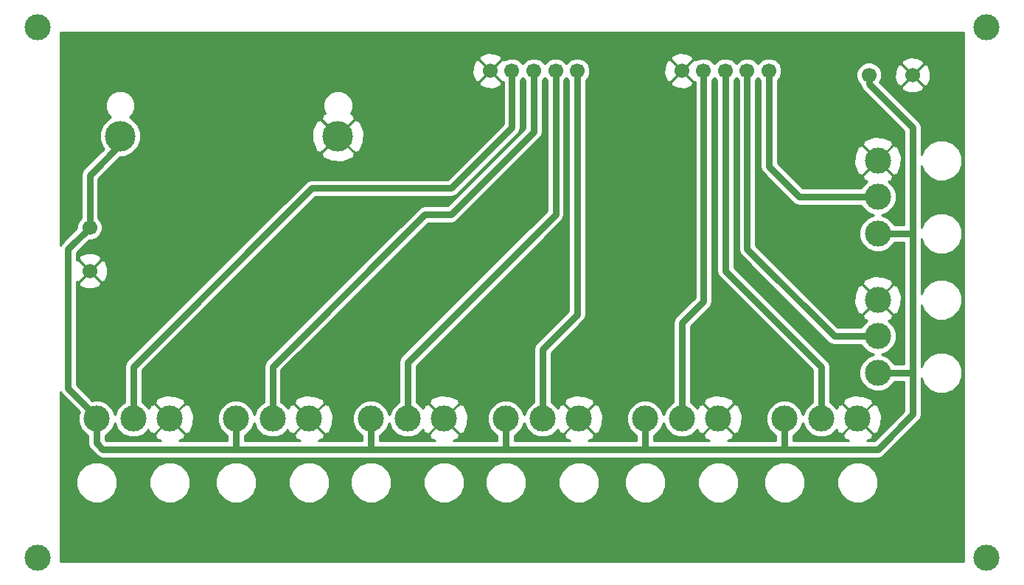
<source format=gbl>
G04 #@! TF.FileFunction,Copper,L2,Bot,Signal*
%FSLAX46Y46*%
G04 Gerber Fmt 4.6, Leading zero omitted, Abs format (unit mm)*
G04 Created by KiCad (PCBNEW 4.0.7-e2-6376~58~ubuntu16.04.1) date Mon Apr  9 08:03:59 2018*
%MOMM*%
%LPD*%
G01*
G04 APERTURE LIST*
%ADD10C,0.100000*%
%ADD11C,3.000000*%
%ADD12C,1.700000*%
%ADD13C,3.500000*%
%ADD14C,0.750000*%
%ADD15C,0.250000*%
%ADD16C,0.230000*%
G04 APERTURE END LIST*
D10*
D11*
X110500000Y-112500000D03*
X106300000Y-112500000D03*
X114700000Y-112500000D03*
D12*
X114500000Y-72500000D03*
X112000000Y-72500000D03*
X109500000Y-72500000D03*
X107000000Y-72500000D03*
X104500000Y-72500000D03*
D11*
X63500000Y-112500000D03*
X59300000Y-112500000D03*
X67700000Y-112500000D03*
X79500000Y-112500000D03*
X75300000Y-112500000D03*
X83700000Y-112500000D03*
X95000000Y-112500000D03*
X90800000Y-112500000D03*
X99200000Y-112500000D03*
X126500000Y-112500000D03*
X122300000Y-112500000D03*
X130700000Y-112500000D03*
X142500000Y-112500000D03*
X138300000Y-112500000D03*
X146700000Y-112500000D03*
X149000000Y-103000000D03*
X149000000Y-107200000D03*
X149000000Y-98800000D03*
X149000000Y-87000000D03*
X149000000Y-91200000D03*
X149000000Y-82800000D03*
D12*
X136500000Y-72500000D03*
X134000000Y-72500000D03*
X131500000Y-72500000D03*
X129000000Y-72500000D03*
X126500000Y-72500000D03*
X58500000Y-95500000D03*
X58500000Y-90500000D03*
D13*
X62000000Y-80000000D03*
X87000000Y-80000000D03*
D11*
X52500000Y-67500000D03*
X52500000Y-128500000D03*
X161500000Y-128500000D03*
X161500000Y-67500000D03*
D12*
X148000000Y-73000000D03*
X153000000Y-73000000D03*
D14*
X63500000Y-112500000D02*
X63500000Y-106500000D01*
X107000000Y-79000000D02*
X107000000Y-72500000D01*
X100000000Y-86000000D02*
X107000000Y-79000000D01*
X84000000Y-86000000D02*
X100000000Y-86000000D01*
X63500000Y-106500000D02*
X84000000Y-86000000D01*
X153000000Y-91000000D02*
X153000000Y-79000000D01*
X148000000Y-74000000D02*
X148000000Y-73000000D01*
X153000000Y-79000000D02*
X148000000Y-74000000D01*
X153000000Y-108000000D02*
X153000000Y-91000000D01*
X152800000Y-91200000D02*
X149000000Y-91200000D01*
X153000000Y-91000000D02*
X152800000Y-91200000D01*
X138000000Y-116000000D02*
X149000000Y-116000000D01*
X152800000Y-107200000D02*
X149000000Y-107200000D01*
X153000000Y-107000000D02*
X152800000Y-107200000D01*
X153000000Y-112000000D02*
X153000000Y-108000000D01*
X153000000Y-108000000D02*
X153000000Y-107000000D01*
X149000000Y-116000000D02*
X153000000Y-112000000D01*
X122000000Y-116000000D02*
X138000000Y-116000000D01*
X138300000Y-115700000D02*
X138300000Y-112500000D01*
X138000000Y-116000000D02*
X138300000Y-115700000D01*
X106000000Y-116000000D02*
X122000000Y-116000000D01*
X122300000Y-115700000D02*
X122300000Y-112500000D01*
X122000000Y-116000000D02*
X122300000Y-115700000D01*
X91000000Y-116000000D02*
X106000000Y-116000000D01*
X106300000Y-115700000D02*
X106300000Y-112500000D01*
X106000000Y-116000000D02*
X106300000Y-115700000D01*
X75000000Y-116000000D02*
X91000000Y-116000000D01*
X90800000Y-115800000D02*
X90800000Y-112500000D01*
X91000000Y-116000000D02*
X90800000Y-115800000D01*
X59300000Y-112500000D02*
X59300000Y-115300000D01*
X75300000Y-115700000D02*
X75300000Y-112500000D01*
X75000000Y-116000000D02*
X75300000Y-115700000D01*
X60000000Y-116000000D02*
X75000000Y-116000000D01*
X59300000Y-115300000D02*
X60000000Y-116000000D01*
X58500000Y-90500000D02*
X56000000Y-93000000D01*
X56000000Y-109000000D02*
X59300000Y-112300000D01*
X56000000Y-93000000D02*
X56000000Y-109000000D01*
X59300000Y-112300000D02*
X59300000Y-112500000D01*
X58500000Y-90500000D02*
X58500000Y-84500000D01*
X58500000Y-84500000D02*
X62000000Y-81000000D01*
X62000000Y-81000000D02*
X62000000Y-80000000D01*
X138300000Y-112700000D02*
X138300000Y-112500000D01*
X122300000Y-112700000D02*
X122300000Y-112500000D01*
X106300000Y-112700000D02*
X106300000Y-112500000D01*
X90800000Y-113200000D02*
X90800000Y-112500000D01*
D15*
X106300000Y-113500000D02*
X106300000Y-112500000D01*
X137500000Y-112500000D02*
X138300000Y-112500000D01*
X122300000Y-112700000D02*
X122300000Y-112500000D01*
X90800000Y-114000000D02*
X90800000Y-112500000D01*
X138300000Y-112300000D02*
X138300000Y-112500000D01*
X122300000Y-112300000D02*
X122300000Y-112500000D01*
X90800000Y-111800000D02*
X90800000Y-112500000D01*
D14*
X149000000Y-83000000D02*
X149000000Y-82800000D01*
X114700000Y-111700000D02*
X114700000Y-112500000D01*
X99200000Y-112200000D02*
X99200000Y-112500000D01*
X83500000Y-112500000D02*
X83700000Y-112500000D01*
X79500000Y-112500000D02*
X79500000Y-106500000D01*
X109500000Y-79500000D02*
X109500000Y-72500000D01*
X100000000Y-89000000D02*
X109500000Y-79500000D01*
X97000000Y-89000000D02*
X100000000Y-89000000D01*
X79500000Y-106500000D02*
X97000000Y-89000000D01*
X79500000Y-112500000D02*
X80500000Y-112500000D01*
X95000000Y-112500000D02*
X95000000Y-106000000D01*
X112000000Y-89000000D02*
X112000000Y-72500000D01*
X95000000Y-106000000D02*
X112000000Y-89000000D01*
D15*
X112500000Y-73000000D02*
X112000000Y-72500000D01*
D14*
X110500000Y-112500000D02*
X110500000Y-104500000D01*
X114500000Y-100500000D02*
X114500000Y-72500000D01*
X110500000Y-104500000D02*
X114500000Y-100500000D01*
X126500000Y-112500000D02*
X126500000Y-101500000D01*
X129000000Y-99000000D02*
X129000000Y-72500000D01*
X126500000Y-101500000D02*
X129000000Y-99000000D01*
D15*
X129500000Y-73000000D02*
X129000000Y-72500000D01*
D14*
X142500000Y-112500000D02*
X142500000Y-106500000D01*
X131500000Y-95500000D02*
X131500000Y-72500000D01*
X142500000Y-106500000D02*
X131500000Y-95500000D01*
X142500000Y-112500000D02*
X142500000Y-111500000D01*
X142500000Y-112500000D02*
X141500000Y-112500000D01*
X149000000Y-103000000D02*
X144000000Y-103000000D01*
X134000000Y-93000000D02*
X134000000Y-72500000D01*
X144000000Y-103000000D02*
X134000000Y-93000000D01*
X149700000Y-103700000D02*
X148500000Y-103700000D01*
D15*
X148500000Y-103700000D02*
X148500000Y-103500000D01*
D14*
X149000000Y-87000000D02*
X140000000Y-87000000D01*
X136500000Y-83500000D02*
X136500000Y-72500000D01*
X140000000Y-87000000D02*
X136500000Y-83500000D01*
X148500000Y-87500000D02*
X148500000Y-86700000D01*
D15*
X148700000Y-86700000D02*
X148500000Y-86700000D01*
X149700000Y-86700000D02*
X148500000Y-86700000D01*
D16*
G36*
X158885000Y-128885000D02*
X55115000Y-128885000D01*
X55115000Y-120269948D01*
X56926589Y-120269948D01*
X57287095Y-121142441D01*
X57954048Y-121810559D01*
X58825910Y-122172587D01*
X59769948Y-122173411D01*
X60642441Y-121812905D01*
X61310559Y-121145952D01*
X61672587Y-120274090D01*
X61672590Y-120269948D01*
X65326589Y-120269948D01*
X65687095Y-121142441D01*
X66354048Y-121810559D01*
X67225910Y-122172587D01*
X68169948Y-122173411D01*
X69042441Y-121812905D01*
X69710559Y-121145952D01*
X70072587Y-120274090D01*
X70072590Y-120269948D01*
X72926589Y-120269948D01*
X73287095Y-121142441D01*
X73954048Y-121810559D01*
X74825910Y-122172587D01*
X75769948Y-122173411D01*
X76642441Y-121812905D01*
X77310559Y-121145952D01*
X77672587Y-120274090D01*
X77672590Y-120269948D01*
X81326589Y-120269948D01*
X81687095Y-121142441D01*
X82354048Y-121810559D01*
X83225910Y-122172587D01*
X84169948Y-122173411D01*
X85042441Y-121812905D01*
X85710559Y-121145952D01*
X86072587Y-120274090D01*
X86072590Y-120269948D01*
X88426589Y-120269948D01*
X88787095Y-121142441D01*
X89454048Y-121810559D01*
X90325910Y-122172587D01*
X91269948Y-122173411D01*
X92142441Y-121812905D01*
X92810559Y-121145952D01*
X93172587Y-120274090D01*
X93172590Y-120269948D01*
X96826589Y-120269948D01*
X97187095Y-121142441D01*
X97854048Y-121810559D01*
X98725910Y-122172587D01*
X99669948Y-122173411D01*
X100542441Y-121812905D01*
X101210559Y-121145952D01*
X101572587Y-120274090D01*
X101572590Y-120269948D01*
X103926589Y-120269948D01*
X104287095Y-121142441D01*
X104954048Y-121810559D01*
X105825910Y-122172587D01*
X106769948Y-122173411D01*
X107642441Y-121812905D01*
X108310559Y-121145952D01*
X108672587Y-120274090D01*
X108672590Y-120269948D01*
X112326589Y-120269948D01*
X112687095Y-121142441D01*
X113354048Y-121810559D01*
X114225910Y-122172587D01*
X115169948Y-122173411D01*
X116042441Y-121812905D01*
X116710559Y-121145952D01*
X117072587Y-120274090D01*
X117072590Y-120269948D01*
X119926589Y-120269948D01*
X120287095Y-121142441D01*
X120954048Y-121810559D01*
X121825910Y-122172587D01*
X122769948Y-122173411D01*
X123642441Y-121812905D01*
X124310559Y-121145952D01*
X124672587Y-120274090D01*
X124672590Y-120269948D01*
X128326589Y-120269948D01*
X128687095Y-121142441D01*
X129354048Y-121810559D01*
X130225910Y-122172587D01*
X131169948Y-122173411D01*
X132042441Y-121812905D01*
X132710559Y-121145952D01*
X133072587Y-120274090D01*
X133072590Y-120269948D01*
X135926589Y-120269948D01*
X136287095Y-121142441D01*
X136954048Y-121810559D01*
X137825910Y-122172587D01*
X138769948Y-122173411D01*
X139642441Y-121812905D01*
X140310559Y-121145952D01*
X140672587Y-120274090D01*
X140672590Y-120269948D01*
X144326589Y-120269948D01*
X144687095Y-121142441D01*
X145354048Y-121810559D01*
X146225910Y-122172587D01*
X147169948Y-122173411D01*
X148042441Y-121812905D01*
X148710559Y-121145952D01*
X149072587Y-120274090D01*
X149073411Y-119330052D01*
X148712905Y-118457559D01*
X148045952Y-117789441D01*
X147174090Y-117427413D01*
X146230052Y-117426589D01*
X145357559Y-117787095D01*
X144689441Y-118454048D01*
X144327413Y-119325910D01*
X144326589Y-120269948D01*
X140672590Y-120269948D01*
X140673411Y-119330052D01*
X140312905Y-118457559D01*
X139645952Y-117789441D01*
X138774090Y-117427413D01*
X137830052Y-117426589D01*
X136957559Y-117787095D01*
X136289441Y-118454048D01*
X135927413Y-119325910D01*
X135926589Y-120269948D01*
X133072590Y-120269948D01*
X133073411Y-119330052D01*
X132712905Y-118457559D01*
X132045952Y-117789441D01*
X131174090Y-117427413D01*
X130230052Y-117426589D01*
X129357559Y-117787095D01*
X128689441Y-118454048D01*
X128327413Y-119325910D01*
X128326589Y-120269948D01*
X124672590Y-120269948D01*
X124673411Y-119330052D01*
X124312905Y-118457559D01*
X123645952Y-117789441D01*
X122774090Y-117427413D01*
X121830052Y-117426589D01*
X120957559Y-117787095D01*
X120289441Y-118454048D01*
X119927413Y-119325910D01*
X119926589Y-120269948D01*
X117072590Y-120269948D01*
X117073411Y-119330052D01*
X116712905Y-118457559D01*
X116045952Y-117789441D01*
X115174090Y-117427413D01*
X114230052Y-117426589D01*
X113357559Y-117787095D01*
X112689441Y-118454048D01*
X112327413Y-119325910D01*
X112326589Y-120269948D01*
X108672590Y-120269948D01*
X108673411Y-119330052D01*
X108312905Y-118457559D01*
X107645952Y-117789441D01*
X106774090Y-117427413D01*
X105830052Y-117426589D01*
X104957559Y-117787095D01*
X104289441Y-118454048D01*
X103927413Y-119325910D01*
X103926589Y-120269948D01*
X101572590Y-120269948D01*
X101573411Y-119330052D01*
X101212905Y-118457559D01*
X100545952Y-117789441D01*
X99674090Y-117427413D01*
X98730052Y-117426589D01*
X97857559Y-117787095D01*
X97189441Y-118454048D01*
X96827413Y-119325910D01*
X96826589Y-120269948D01*
X93172590Y-120269948D01*
X93173411Y-119330052D01*
X92812905Y-118457559D01*
X92145952Y-117789441D01*
X91274090Y-117427413D01*
X90330052Y-117426589D01*
X89457559Y-117787095D01*
X88789441Y-118454048D01*
X88427413Y-119325910D01*
X88426589Y-120269948D01*
X86072590Y-120269948D01*
X86073411Y-119330052D01*
X85712905Y-118457559D01*
X85045952Y-117789441D01*
X84174090Y-117427413D01*
X83230052Y-117426589D01*
X82357559Y-117787095D01*
X81689441Y-118454048D01*
X81327413Y-119325910D01*
X81326589Y-120269948D01*
X77672590Y-120269948D01*
X77673411Y-119330052D01*
X77312905Y-118457559D01*
X76645952Y-117789441D01*
X75774090Y-117427413D01*
X74830052Y-117426589D01*
X73957559Y-117787095D01*
X73289441Y-118454048D01*
X72927413Y-119325910D01*
X72926589Y-120269948D01*
X70072590Y-120269948D01*
X70073411Y-119330052D01*
X69712905Y-118457559D01*
X69045952Y-117789441D01*
X68174090Y-117427413D01*
X67230052Y-117426589D01*
X66357559Y-117787095D01*
X65689441Y-118454048D01*
X65327413Y-119325910D01*
X65326589Y-120269948D01*
X61672590Y-120269948D01*
X61673411Y-119330052D01*
X61312905Y-118457559D01*
X60645952Y-117789441D01*
X59774090Y-117427413D01*
X58830052Y-117426589D01*
X57957559Y-117787095D01*
X57289441Y-118454048D01*
X56927413Y-119325910D01*
X56926589Y-120269948D01*
X55115000Y-120269948D01*
X55115000Y-109437340D01*
X55294307Y-109705693D01*
X57320287Y-111731673D01*
X57177369Y-112075857D01*
X57176632Y-112920438D01*
X57499159Y-113701012D01*
X58095847Y-114298742D01*
X58302000Y-114384344D01*
X58302000Y-115299995D01*
X58301999Y-115300000D01*
X58377968Y-115681918D01*
X58594307Y-116005693D01*
X59294305Y-116705690D01*
X59294307Y-116705693D01*
X59432455Y-116798000D01*
X59618081Y-116922032D01*
X60000000Y-116998000D01*
X74999995Y-116998000D01*
X75000000Y-116998001D01*
X75000005Y-116998000D01*
X90999995Y-116998000D01*
X91000000Y-116998001D01*
X91000005Y-116998000D01*
X105999995Y-116998000D01*
X106000000Y-116998001D01*
X106000005Y-116998000D01*
X121999995Y-116998000D01*
X122000000Y-116998001D01*
X122000005Y-116998000D01*
X137999995Y-116998000D01*
X138000000Y-116998001D01*
X138000005Y-116998000D01*
X148999995Y-116998000D01*
X149000000Y-116998001D01*
X149381918Y-116922032D01*
X149705693Y-116705693D01*
X153705690Y-112705695D01*
X153705693Y-112705693D01*
X153922032Y-112381918D01*
X153998000Y-112000000D01*
X153998000Y-107842776D01*
X154287095Y-108542441D01*
X154954048Y-109210559D01*
X155825910Y-109572587D01*
X156769948Y-109573411D01*
X157642441Y-109212905D01*
X158310559Y-108545952D01*
X158672587Y-107674090D01*
X158673411Y-106730052D01*
X158312905Y-105857559D01*
X157645952Y-105189441D01*
X156774090Y-104827413D01*
X155830052Y-104826589D01*
X154957559Y-105187095D01*
X154289441Y-105854048D01*
X153998000Y-106555917D01*
X153998000Y-99442776D01*
X154287095Y-100142441D01*
X154954048Y-100810559D01*
X155825910Y-101172587D01*
X156769948Y-101173411D01*
X157642441Y-100812905D01*
X158310559Y-100145952D01*
X158672587Y-99274090D01*
X158673411Y-98330052D01*
X158312905Y-97457559D01*
X157645952Y-96789441D01*
X156774090Y-96427413D01*
X155830052Y-96426589D01*
X154957559Y-96787095D01*
X154289441Y-97454048D01*
X153998000Y-98155917D01*
X153998000Y-91842776D01*
X154287095Y-92542441D01*
X154954048Y-93210559D01*
X155825910Y-93572587D01*
X156769948Y-93573411D01*
X157642441Y-93212905D01*
X158310559Y-92545952D01*
X158672587Y-91674090D01*
X158673411Y-90730052D01*
X158312905Y-89857559D01*
X157645952Y-89189441D01*
X156774090Y-88827413D01*
X155830052Y-88826589D01*
X154957559Y-89187095D01*
X154289441Y-89854048D01*
X153998000Y-90555917D01*
X153998000Y-83442776D01*
X154287095Y-84142441D01*
X154954048Y-84810559D01*
X155825910Y-85172587D01*
X156769948Y-85173411D01*
X157642441Y-84812905D01*
X158310559Y-84145952D01*
X158672587Y-83274090D01*
X158673411Y-82330052D01*
X158312905Y-81457559D01*
X157645952Y-80789441D01*
X156774090Y-80427413D01*
X155830052Y-80426589D01*
X154957559Y-80787095D01*
X154289441Y-81454048D01*
X153998000Y-82155917D01*
X153998000Y-79000005D01*
X153998001Y-79000000D01*
X153922032Y-78618082D01*
X153784990Y-78412984D01*
X153705693Y-78294307D01*
X153705690Y-78294305D01*
X149692179Y-74280794D01*
X151726277Y-74280794D01*
X151762897Y-74711232D01*
X152511926Y-75054392D01*
X153335261Y-75084788D01*
X154107554Y-74797795D01*
X154237103Y-74711232D01*
X154273723Y-74280794D01*
X153000000Y-73007071D01*
X151726277Y-74280794D01*
X149692179Y-74280794D01*
X149247441Y-73836056D01*
X149248021Y-73835477D01*
X149455728Y-73335261D01*
X150915212Y-73335261D01*
X151202205Y-74107554D01*
X151288768Y-74237103D01*
X151719206Y-74273723D01*
X152992929Y-73000000D01*
X153007071Y-73000000D01*
X154280794Y-74273723D01*
X154711232Y-74237103D01*
X155054392Y-73488074D01*
X155084788Y-72664739D01*
X154797795Y-71892446D01*
X154711232Y-71762897D01*
X154280794Y-71726277D01*
X153007071Y-73000000D01*
X152992929Y-73000000D01*
X151719206Y-71726277D01*
X151288768Y-71762897D01*
X150945608Y-72511926D01*
X150915212Y-73335261D01*
X149455728Y-73335261D01*
X149472744Y-73294283D01*
X149473255Y-72708288D01*
X149249477Y-72166702D01*
X148835477Y-71751979D01*
X148756551Y-71719206D01*
X151726277Y-71719206D01*
X153000000Y-72992929D01*
X154273723Y-71719206D01*
X154237103Y-71288768D01*
X153488074Y-70945608D01*
X152664739Y-70915212D01*
X151892446Y-71202205D01*
X151762897Y-71288768D01*
X151726277Y-71719206D01*
X148756551Y-71719206D01*
X148294283Y-71527256D01*
X147708288Y-71526745D01*
X147166702Y-71750523D01*
X146751979Y-72164523D01*
X146527256Y-72705717D01*
X146526745Y-73291712D01*
X146750523Y-73833298D01*
X147023167Y-74106418D01*
X147077968Y-74381918D01*
X147294307Y-74705693D01*
X152002000Y-79413385D01*
X152002000Y-90202000D01*
X150884724Y-90202000D01*
X150800841Y-89998988D01*
X150204153Y-89401258D01*
X149477821Y-89099658D01*
X150201012Y-88800841D01*
X150798742Y-88204153D01*
X151122631Y-87424143D01*
X151123368Y-86579562D01*
X150800841Y-85798988D01*
X150243663Y-85240837D01*
X150453833Y-85162870D01*
X150626650Y-85047397D01*
X150742349Y-84549420D01*
X149000000Y-82807071D01*
X147257651Y-84549420D01*
X147373350Y-85047397D01*
X147769113Y-85228982D01*
X147201258Y-85795847D01*
X147115656Y-86002000D01*
X140413385Y-86002000D01*
X137650322Y-83238936D01*
X146260635Y-83238936D01*
X146637130Y-84253833D01*
X146752603Y-84426650D01*
X147250580Y-84542349D01*
X148992929Y-82800000D01*
X149007071Y-82800000D01*
X150749420Y-84542349D01*
X151247397Y-84426650D01*
X151698817Y-83442786D01*
X151739365Y-82361064D01*
X151362870Y-81346167D01*
X151247397Y-81173350D01*
X150749420Y-81057651D01*
X149007071Y-82800000D01*
X148992929Y-82800000D01*
X147250580Y-81057651D01*
X146752603Y-81173350D01*
X146301183Y-82157214D01*
X146260635Y-83238936D01*
X137650322Y-83238936D01*
X137498000Y-83086614D01*
X137498000Y-81050580D01*
X147257651Y-81050580D01*
X149000000Y-82792929D01*
X150742349Y-81050580D01*
X150626650Y-80552603D01*
X149642786Y-80101183D01*
X148561064Y-80060635D01*
X147546167Y-80437130D01*
X147373350Y-80552603D01*
X147257651Y-81050580D01*
X137498000Y-81050580D01*
X137498000Y-73585062D01*
X137748021Y-73335477D01*
X137972744Y-72794283D01*
X137973255Y-72208288D01*
X137749477Y-71666702D01*
X137335477Y-71251979D01*
X136794283Y-71027256D01*
X136208288Y-71026745D01*
X135666702Y-71250523D01*
X135251979Y-71664523D01*
X135250274Y-71668630D01*
X135249477Y-71666702D01*
X134835477Y-71251979D01*
X134294283Y-71027256D01*
X133708288Y-71026745D01*
X133166702Y-71250523D01*
X132751979Y-71664523D01*
X132750274Y-71668630D01*
X132749477Y-71666702D01*
X132335477Y-71251979D01*
X131794283Y-71027256D01*
X131208288Y-71026745D01*
X130666702Y-71250523D01*
X130251979Y-71664523D01*
X130250274Y-71668630D01*
X130249477Y-71666702D01*
X129835477Y-71251979D01*
X129294283Y-71027256D01*
X128708288Y-71026745D01*
X128166702Y-71250523D01*
X128158777Y-71258434D01*
X127780794Y-71226277D01*
X126507071Y-72500000D01*
X127780794Y-73773723D01*
X128002000Y-73754904D01*
X128002000Y-98586614D01*
X125794307Y-100794307D01*
X125577968Y-101118082D01*
X125501999Y-101500000D01*
X125502000Y-101500005D01*
X125502000Y-110615276D01*
X125298988Y-110699159D01*
X124701258Y-111295847D01*
X124399658Y-112022179D01*
X124100841Y-111298988D01*
X123504153Y-110701258D01*
X122724143Y-110377369D01*
X121879562Y-110376632D01*
X121098988Y-110699159D01*
X120501258Y-111295847D01*
X120177369Y-112075857D01*
X120176632Y-112920438D01*
X120499159Y-113701012D01*
X121095847Y-114298742D01*
X121302000Y-114384344D01*
X121302000Y-115002000D01*
X115778788Y-115002000D01*
X116153833Y-114862870D01*
X116326650Y-114747397D01*
X116442349Y-114249420D01*
X114700000Y-112507071D01*
X112957651Y-114249420D01*
X113073350Y-114747397D01*
X113628254Y-115002000D01*
X107298000Y-115002000D01*
X107298000Y-114384724D01*
X107501012Y-114300841D01*
X108098742Y-113704153D01*
X108400342Y-112977821D01*
X108699159Y-113701012D01*
X109295847Y-114298742D01*
X110075857Y-114622631D01*
X110920438Y-114623368D01*
X111701012Y-114300841D01*
X112259163Y-113743663D01*
X112337130Y-113953833D01*
X112452603Y-114126650D01*
X112950580Y-114242349D01*
X114692929Y-112500000D01*
X114707071Y-112500000D01*
X116449420Y-114242349D01*
X116947397Y-114126650D01*
X117398817Y-113142786D01*
X117439365Y-112061064D01*
X117062870Y-111046167D01*
X116947397Y-110873350D01*
X116449420Y-110757651D01*
X114707071Y-112500000D01*
X114692929Y-112500000D01*
X112950580Y-110757651D01*
X112452603Y-110873350D01*
X112271018Y-111269113D01*
X111753390Y-110750580D01*
X112957651Y-110750580D01*
X114700000Y-112492929D01*
X116442349Y-110750580D01*
X116326650Y-110252603D01*
X115342786Y-109801183D01*
X114261064Y-109760635D01*
X113246167Y-110137130D01*
X113073350Y-110252603D01*
X112957651Y-110750580D01*
X111753390Y-110750580D01*
X111704153Y-110701258D01*
X111498000Y-110615656D01*
X111498000Y-104913386D01*
X115205690Y-101205695D01*
X115205693Y-101205693D01*
X115422032Y-100881918D01*
X115498000Y-100500000D01*
X115498000Y-73780794D01*
X125226277Y-73780794D01*
X125262897Y-74211232D01*
X126011926Y-74554392D01*
X126835261Y-74584788D01*
X127607554Y-74297795D01*
X127737103Y-74211232D01*
X127773723Y-73780794D01*
X126500000Y-72507071D01*
X125226277Y-73780794D01*
X115498000Y-73780794D01*
X115498000Y-73585062D01*
X115748021Y-73335477D01*
X115955728Y-72835261D01*
X124415212Y-72835261D01*
X124702205Y-73607554D01*
X124788768Y-73737103D01*
X125219206Y-73773723D01*
X126492929Y-72500000D01*
X125219206Y-71226277D01*
X124788768Y-71262897D01*
X124445608Y-72011926D01*
X124415212Y-72835261D01*
X115955728Y-72835261D01*
X115972744Y-72794283D01*
X115973255Y-72208288D01*
X115749477Y-71666702D01*
X115335477Y-71251979D01*
X115256551Y-71219206D01*
X125226277Y-71219206D01*
X126500000Y-72492929D01*
X127773723Y-71219206D01*
X127737103Y-70788768D01*
X126988074Y-70445608D01*
X126164739Y-70415212D01*
X125392446Y-70702205D01*
X125262897Y-70788768D01*
X125226277Y-71219206D01*
X115256551Y-71219206D01*
X114794283Y-71027256D01*
X114208288Y-71026745D01*
X113666702Y-71250523D01*
X113251979Y-71664523D01*
X113250274Y-71668630D01*
X113249477Y-71666702D01*
X112835477Y-71251979D01*
X112294283Y-71027256D01*
X111708288Y-71026745D01*
X111166702Y-71250523D01*
X110751979Y-71664523D01*
X110750274Y-71668630D01*
X110749477Y-71666702D01*
X110335477Y-71251979D01*
X109794283Y-71027256D01*
X109208288Y-71026745D01*
X108666702Y-71250523D01*
X108251979Y-71664523D01*
X108250274Y-71668630D01*
X108249477Y-71666702D01*
X107835477Y-71251979D01*
X107294283Y-71027256D01*
X106708288Y-71026745D01*
X106166702Y-71250523D01*
X106158777Y-71258434D01*
X105780794Y-71226277D01*
X104507071Y-72500000D01*
X105780794Y-73773723D01*
X106002000Y-73754904D01*
X106002000Y-78586614D01*
X99586614Y-85002000D01*
X84000005Y-85002000D01*
X84000000Y-85001999D01*
X83618082Y-85077968D01*
X83294307Y-85294307D01*
X62794307Y-105794307D01*
X62577968Y-106118082D01*
X62501999Y-106500000D01*
X62502000Y-106500005D01*
X62502000Y-110615276D01*
X62298988Y-110699159D01*
X61701258Y-111295847D01*
X61399658Y-112022179D01*
X61100841Y-111298988D01*
X60504153Y-110701258D01*
X59724143Y-110377369D01*
X58879562Y-110376632D01*
X58814783Y-110403398D01*
X56998000Y-108586614D01*
X56998000Y-96780794D01*
X57226277Y-96780794D01*
X57262897Y-97211232D01*
X58011926Y-97554392D01*
X58835261Y-97584788D01*
X59607554Y-97297795D01*
X59737103Y-97211232D01*
X59773723Y-96780794D01*
X58500000Y-95507071D01*
X57226277Y-96780794D01*
X56998000Y-96780794D01*
X56998000Y-96754904D01*
X57219206Y-96773723D01*
X58492929Y-95500000D01*
X58507071Y-95500000D01*
X59780794Y-96773723D01*
X60211232Y-96737103D01*
X60554392Y-95988074D01*
X60584788Y-95164739D01*
X60297795Y-94392446D01*
X60211232Y-94262897D01*
X59780794Y-94226277D01*
X58507071Y-95500000D01*
X58492929Y-95500000D01*
X57219206Y-94226277D01*
X56998000Y-94245096D01*
X56998000Y-94219206D01*
X57226277Y-94219206D01*
X58500000Y-95492929D01*
X59773723Y-94219206D01*
X59737103Y-93788768D01*
X58988074Y-93445608D01*
X58164739Y-93415212D01*
X57392446Y-93702205D01*
X57262897Y-93788768D01*
X57226277Y-94219206D01*
X56998000Y-94219206D01*
X56998000Y-93413386D01*
X58438439Y-91972947D01*
X58791712Y-91973255D01*
X59333298Y-91749477D01*
X59748021Y-91335477D01*
X59972744Y-90794283D01*
X59973255Y-90208288D01*
X59749477Y-89666702D01*
X59498000Y-89414786D01*
X59498000Y-84913386D01*
X62038351Y-82373034D01*
X62469948Y-82373411D01*
X63342441Y-82012905D01*
X63425832Y-81929659D01*
X85077412Y-81929659D01*
X85223526Y-82453614D01*
X86297709Y-82946671D01*
X87478810Y-82991125D01*
X88587016Y-82580206D01*
X88776474Y-82453614D01*
X88922588Y-81929659D01*
X87000000Y-80007071D01*
X85077412Y-81929659D01*
X63425832Y-81929659D01*
X64010559Y-81345952D01*
X64370627Y-80478810D01*
X84008875Y-80478810D01*
X84419794Y-81587016D01*
X84546386Y-81776474D01*
X85070341Y-81922588D01*
X86992929Y-80000000D01*
X87007071Y-80000000D01*
X88929659Y-81922588D01*
X89453614Y-81776474D01*
X89946671Y-80702291D01*
X89991125Y-79521190D01*
X89580206Y-78412984D01*
X89453614Y-78223526D01*
X88929659Y-78077412D01*
X87007071Y-80000000D01*
X86992929Y-80000000D01*
X85070341Y-78077412D01*
X84546386Y-78223526D01*
X84053329Y-79297709D01*
X84008875Y-80478810D01*
X64370627Y-80478810D01*
X64372587Y-80474090D01*
X64373411Y-79530052D01*
X64012905Y-78657559D01*
X63426711Y-78070341D01*
X85077412Y-78070341D01*
X87000000Y-79992929D01*
X88922588Y-78070341D01*
X88776474Y-77546386D01*
X88486423Y-77413251D01*
X88722701Y-76844230D01*
X88723299Y-76158778D01*
X88461540Y-75525274D01*
X87977276Y-75040163D01*
X87344230Y-74777299D01*
X86658778Y-74776701D01*
X86025274Y-75038460D01*
X85540163Y-75522724D01*
X85277299Y-76155770D01*
X85276701Y-76841222D01*
X85502108Y-77386747D01*
X85412984Y-77419794D01*
X85223526Y-77546386D01*
X85077412Y-78070341D01*
X63426711Y-78070341D01*
X63345952Y-77989441D01*
X63064041Y-77872381D01*
X63459837Y-77477276D01*
X63722701Y-76844230D01*
X63723299Y-76158778D01*
X63461540Y-75525274D01*
X62977276Y-75040163D01*
X62344230Y-74777299D01*
X61658778Y-74776701D01*
X61025274Y-75038460D01*
X60540163Y-75522724D01*
X60277299Y-76155770D01*
X60276701Y-76841222D01*
X60538460Y-77474726D01*
X60935353Y-77872313D01*
X60657559Y-77987095D01*
X59989441Y-78654048D01*
X59627413Y-79525910D01*
X59626589Y-80469948D01*
X59987095Y-81342441D01*
X60116521Y-81472093D01*
X57794307Y-83794307D01*
X57577968Y-84118082D01*
X57501999Y-84500000D01*
X57502000Y-84500005D01*
X57502000Y-89414938D01*
X57251979Y-89664523D01*
X57027256Y-90205717D01*
X57026946Y-90561668D01*
X55294307Y-92294307D01*
X55115000Y-92562660D01*
X55115000Y-73780794D01*
X103226277Y-73780794D01*
X103262897Y-74211232D01*
X104011926Y-74554392D01*
X104835261Y-74584788D01*
X105607554Y-74297795D01*
X105737103Y-74211232D01*
X105773723Y-73780794D01*
X104500000Y-72507071D01*
X103226277Y-73780794D01*
X55115000Y-73780794D01*
X55115000Y-72835261D01*
X102415212Y-72835261D01*
X102702205Y-73607554D01*
X102788768Y-73737103D01*
X103219206Y-73773723D01*
X104492929Y-72500000D01*
X103219206Y-71226277D01*
X102788768Y-71262897D01*
X102445608Y-72011926D01*
X102415212Y-72835261D01*
X55115000Y-72835261D01*
X55115000Y-71219206D01*
X103226277Y-71219206D01*
X104500000Y-72492929D01*
X105773723Y-71219206D01*
X105737103Y-70788768D01*
X104988074Y-70445608D01*
X104164739Y-70415212D01*
X103392446Y-70702205D01*
X103262897Y-70788768D01*
X103226277Y-71219206D01*
X55115000Y-71219206D01*
X55115000Y-68115000D01*
X158885000Y-68115000D01*
X158885000Y-128885000D01*
X158885000Y-128885000D01*
G37*
X158885000Y-128885000D02*
X55115000Y-128885000D01*
X55115000Y-120269948D01*
X56926589Y-120269948D01*
X57287095Y-121142441D01*
X57954048Y-121810559D01*
X58825910Y-122172587D01*
X59769948Y-122173411D01*
X60642441Y-121812905D01*
X61310559Y-121145952D01*
X61672587Y-120274090D01*
X61672590Y-120269948D01*
X65326589Y-120269948D01*
X65687095Y-121142441D01*
X66354048Y-121810559D01*
X67225910Y-122172587D01*
X68169948Y-122173411D01*
X69042441Y-121812905D01*
X69710559Y-121145952D01*
X70072587Y-120274090D01*
X70072590Y-120269948D01*
X72926589Y-120269948D01*
X73287095Y-121142441D01*
X73954048Y-121810559D01*
X74825910Y-122172587D01*
X75769948Y-122173411D01*
X76642441Y-121812905D01*
X77310559Y-121145952D01*
X77672587Y-120274090D01*
X77672590Y-120269948D01*
X81326589Y-120269948D01*
X81687095Y-121142441D01*
X82354048Y-121810559D01*
X83225910Y-122172587D01*
X84169948Y-122173411D01*
X85042441Y-121812905D01*
X85710559Y-121145952D01*
X86072587Y-120274090D01*
X86072590Y-120269948D01*
X88426589Y-120269948D01*
X88787095Y-121142441D01*
X89454048Y-121810559D01*
X90325910Y-122172587D01*
X91269948Y-122173411D01*
X92142441Y-121812905D01*
X92810559Y-121145952D01*
X93172587Y-120274090D01*
X93172590Y-120269948D01*
X96826589Y-120269948D01*
X97187095Y-121142441D01*
X97854048Y-121810559D01*
X98725910Y-122172587D01*
X99669948Y-122173411D01*
X100542441Y-121812905D01*
X101210559Y-121145952D01*
X101572587Y-120274090D01*
X101572590Y-120269948D01*
X103926589Y-120269948D01*
X104287095Y-121142441D01*
X104954048Y-121810559D01*
X105825910Y-122172587D01*
X106769948Y-122173411D01*
X107642441Y-121812905D01*
X108310559Y-121145952D01*
X108672587Y-120274090D01*
X108672590Y-120269948D01*
X112326589Y-120269948D01*
X112687095Y-121142441D01*
X113354048Y-121810559D01*
X114225910Y-122172587D01*
X115169948Y-122173411D01*
X116042441Y-121812905D01*
X116710559Y-121145952D01*
X117072587Y-120274090D01*
X117072590Y-120269948D01*
X119926589Y-120269948D01*
X120287095Y-121142441D01*
X120954048Y-121810559D01*
X121825910Y-122172587D01*
X122769948Y-122173411D01*
X123642441Y-121812905D01*
X124310559Y-121145952D01*
X124672587Y-120274090D01*
X124672590Y-120269948D01*
X128326589Y-120269948D01*
X128687095Y-121142441D01*
X129354048Y-121810559D01*
X130225910Y-122172587D01*
X131169948Y-122173411D01*
X132042441Y-121812905D01*
X132710559Y-121145952D01*
X133072587Y-120274090D01*
X133072590Y-120269948D01*
X135926589Y-120269948D01*
X136287095Y-121142441D01*
X136954048Y-121810559D01*
X137825910Y-122172587D01*
X138769948Y-122173411D01*
X139642441Y-121812905D01*
X140310559Y-121145952D01*
X140672587Y-120274090D01*
X140672590Y-120269948D01*
X144326589Y-120269948D01*
X144687095Y-121142441D01*
X145354048Y-121810559D01*
X146225910Y-122172587D01*
X147169948Y-122173411D01*
X148042441Y-121812905D01*
X148710559Y-121145952D01*
X149072587Y-120274090D01*
X149073411Y-119330052D01*
X148712905Y-118457559D01*
X148045952Y-117789441D01*
X147174090Y-117427413D01*
X146230052Y-117426589D01*
X145357559Y-117787095D01*
X144689441Y-118454048D01*
X144327413Y-119325910D01*
X144326589Y-120269948D01*
X140672590Y-120269948D01*
X140673411Y-119330052D01*
X140312905Y-118457559D01*
X139645952Y-117789441D01*
X138774090Y-117427413D01*
X137830052Y-117426589D01*
X136957559Y-117787095D01*
X136289441Y-118454048D01*
X135927413Y-119325910D01*
X135926589Y-120269948D01*
X133072590Y-120269948D01*
X133073411Y-119330052D01*
X132712905Y-118457559D01*
X132045952Y-117789441D01*
X131174090Y-117427413D01*
X130230052Y-117426589D01*
X129357559Y-117787095D01*
X128689441Y-118454048D01*
X128327413Y-119325910D01*
X128326589Y-120269948D01*
X124672590Y-120269948D01*
X124673411Y-119330052D01*
X124312905Y-118457559D01*
X123645952Y-117789441D01*
X122774090Y-117427413D01*
X121830052Y-117426589D01*
X120957559Y-117787095D01*
X120289441Y-118454048D01*
X119927413Y-119325910D01*
X119926589Y-120269948D01*
X117072590Y-120269948D01*
X117073411Y-119330052D01*
X116712905Y-118457559D01*
X116045952Y-117789441D01*
X115174090Y-117427413D01*
X114230052Y-117426589D01*
X113357559Y-117787095D01*
X112689441Y-118454048D01*
X112327413Y-119325910D01*
X112326589Y-120269948D01*
X108672590Y-120269948D01*
X108673411Y-119330052D01*
X108312905Y-118457559D01*
X107645952Y-117789441D01*
X106774090Y-117427413D01*
X105830052Y-117426589D01*
X104957559Y-117787095D01*
X104289441Y-118454048D01*
X103927413Y-119325910D01*
X103926589Y-120269948D01*
X101572590Y-120269948D01*
X101573411Y-119330052D01*
X101212905Y-118457559D01*
X100545952Y-117789441D01*
X99674090Y-117427413D01*
X98730052Y-117426589D01*
X97857559Y-117787095D01*
X97189441Y-118454048D01*
X96827413Y-119325910D01*
X96826589Y-120269948D01*
X93172590Y-120269948D01*
X93173411Y-119330052D01*
X92812905Y-118457559D01*
X92145952Y-117789441D01*
X91274090Y-117427413D01*
X90330052Y-117426589D01*
X89457559Y-117787095D01*
X88789441Y-118454048D01*
X88427413Y-119325910D01*
X88426589Y-120269948D01*
X86072590Y-120269948D01*
X86073411Y-119330052D01*
X85712905Y-118457559D01*
X85045952Y-117789441D01*
X84174090Y-117427413D01*
X83230052Y-117426589D01*
X82357559Y-117787095D01*
X81689441Y-118454048D01*
X81327413Y-119325910D01*
X81326589Y-120269948D01*
X77672590Y-120269948D01*
X77673411Y-119330052D01*
X77312905Y-118457559D01*
X76645952Y-117789441D01*
X75774090Y-117427413D01*
X74830052Y-117426589D01*
X73957559Y-117787095D01*
X73289441Y-118454048D01*
X72927413Y-119325910D01*
X72926589Y-120269948D01*
X70072590Y-120269948D01*
X70073411Y-119330052D01*
X69712905Y-118457559D01*
X69045952Y-117789441D01*
X68174090Y-117427413D01*
X67230052Y-117426589D01*
X66357559Y-117787095D01*
X65689441Y-118454048D01*
X65327413Y-119325910D01*
X65326589Y-120269948D01*
X61672590Y-120269948D01*
X61673411Y-119330052D01*
X61312905Y-118457559D01*
X60645952Y-117789441D01*
X59774090Y-117427413D01*
X58830052Y-117426589D01*
X57957559Y-117787095D01*
X57289441Y-118454048D01*
X56927413Y-119325910D01*
X56926589Y-120269948D01*
X55115000Y-120269948D01*
X55115000Y-109437340D01*
X55294307Y-109705693D01*
X57320287Y-111731673D01*
X57177369Y-112075857D01*
X57176632Y-112920438D01*
X57499159Y-113701012D01*
X58095847Y-114298742D01*
X58302000Y-114384344D01*
X58302000Y-115299995D01*
X58301999Y-115300000D01*
X58377968Y-115681918D01*
X58594307Y-116005693D01*
X59294305Y-116705690D01*
X59294307Y-116705693D01*
X59432455Y-116798000D01*
X59618081Y-116922032D01*
X60000000Y-116998000D01*
X74999995Y-116998000D01*
X75000000Y-116998001D01*
X75000005Y-116998000D01*
X90999995Y-116998000D01*
X91000000Y-116998001D01*
X91000005Y-116998000D01*
X105999995Y-116998000D01*
X106000000Y-116998001D01*
X106000005Y-116998000D01*
X121999995Y-116998000D01*
X122000000Y-116998001D01*
X122000005Y-116998000D01*
X137999995Y-116998000D01*
X138000000Y-116998001D01*
X138000005Y-116998000D01*
X148999995Y-116998000D01*
X149000000Y-116998001D01*
X149381918Y-116922032D01*
X149705693Y-116705693D01*
X153705690Y-112705695D01*
X153705693Y-112705693D01*
X153922032Y-112381918D01*
X153998000Y-112000000D01*
X153998000Y-107842776D01*
X154287095Y-108542441D01*
X154954048Y-109210559D01*
X155825910Y-109572587D01*
X156769948Y-109573411D01*
X157642441Y-109212905D01*
X158310559Y-108545952D01*
X158672587Y-107674090D01*
X158673411Y-106730052D01*
X158312905Y-105857559D01*
X157645952Y-105189441D01*
X156774090Y-104827413D01*
X155830052Y-104826589D01*
X154957559Y-105187095D01*
X154289441Y-105854048D01*
X153998000Y-106555917D01*
X153998000Y-99442776D01*
X154287095Y-100142441D01*
X154954048Y-100810559D01*
X155825910Y-101172587D01*
X156769948Y-101173411D01*
X157642441Y-100812905D01*
X158310559Y-100145952D01*
X158672587Y-99274090D01*
X158673411Y-98330052D01*
X158312905Y-97457559D01*
X157645952Y-96789441D01*
X156774090Y-96427413D01*
X155830052Y-96426589D01*
X154957559Y-96787095D01*
X154289441Y-97454048D01*
X153998000Y-98155917D01*
X153998000Y-91842776D01*
X154287095Y-92542441D01*
X154954048Y-93210559D01*
X155825910Y-93572587D01*
X156769948Y-93573411D01*
X157642441Y-93212905D01*
X158310559Y-92545952D01*
X158672587Y-91674090D01*
X158673411Y-90730052D01*
X158312905Y-89857559D01*
X157645952Y-89189441D01*
X156774090Y-88827413D01*
X155830052Y-88826589D01*
X154957559Y-89187095D01*
X154289441Y-89854048D01*
X153998000Y-90555917D01*
X153998000Y-83442776D01*
X154287095Y-84142441D01*
X154954048Y-84810559D01*
X155825910Y-85172587D01*
X156769948Y-85173411D01*
X157642441Y-84812905D01*
X158310559Y-84145952D01*
X158672587Y-83274090D01*
X158673411Y-82330052D01*
X158312905Y-81457559D01*
X157645952Y-80789441D01*
X156774090Y-80427413D01*
X155830052Y-80426589D01*
X154957559Y-80787095D01*
X154289441Y-81454048D01*
X153998000Y-82155917D01*
X153998000Y-79000005D01*
X153998001Y-79000000D01*
X153922032Y-78618082D01*
X153784990Y-78412984D01*
X153705693Y-78294307D01*
X153705690Y-78294305D01*
X149692179Y-74280794D01*
X151726277Y-74280794D01*
X151762897Y-74711232D01*
X152511926Y-75054392D01*
X153335261Y-75084788D01*
X154107554Y-74797795D01*
X154237103Y-74711232D01*
X154273723Y-74280794D01*
X153000000Y-73007071D01*
X151726277Y-74280794D01*
X149692179Y-74280794D01*
X149247441Y-73836056D01*
X149248021Y-73835477D01*
X149455728Y-73335261D01*
X150915212Y-73335261D01*
X151202205Y-74107554D01*
X151288768Y-74237103D01*
X151719206Y-74273723D01*
X152992929Y-73000000D01*
X153007071Y-73000000D01*
X154280794Y-74273723D01*
X154711232Y-74237103D01*
X155054392Y-73488074D01*
X155084788Y-72664739D01*
X154797795Y-71892446D01*
X154711232Y-71762897D01*
X154280794Y-71726277D01*
X153007071Y-73000000D01*
X152992929Y-73000000D01*
X151719206Y-71726277D01*
X151288768Y-71762897D01*
X150945608Y-72511926D01*
X150915212Y-73335261D01*
X149455728Y-73335261D01*
X149472744Y-73294283D01*
X149473255Y-72708288D01*
X149249477Y-72166702D01*
X148835477Y-71751979D01*
X148756551Y-71719206D01*
X151726277Y-71719206D01*
X153000000Y-72992929D01*
X154273723Y-71719206D01*
X154237103Y-71288768D01*
X153488074Y-70945608D01*
X152664739Y-70915212D01*
X151892446Y-71202205D01*
X151762897Y-71288768D01*
X151726277Y-71719206D01*
X148756551Y-71719206D01*
X148294283Y-71527256D01*
X147708288Y-71526745D01*
X147166702Y-71750523D01*
X146751979Y-72164523D01*
X146527256Y-72705717D01*
X146526745Y-73291712D01*
X146750523Y-73833298D01*
X147023167Y-74106418D01*
X147077968Y-74381918D01*
X147294307Y-74705693D01*
X152002000Y-79413385D01*
X152002000Y-90202000D01*
X150884724Y-90202000D01*
X150800841Y-89998988D01*
X150204153Y-89401258D01*
X149477821Y-89099658D01*
X150201012Y-88800841D01*
X150798742Y-88204153D01*
X151122631Y-87424143D01*
X151123368Y-86579562D01*
X150800841Y-85798988D01*
X150243663Y-85240837D01*
X150453833Y-85162870D01*
X150626650Y-85047397D01*
X150742349Y-84549420D01*
X149000000Y-82807071D01*
X147257651Y-84549420D01*
X147373350Y-85047397D01*
X147769113Y-85228982D01*
X147201258Y-85795847D01*
X147115656Y-86002000D01*
X140413385Y-86002000D01*
X137650322Y-83238936D01*
X146260635Y-83238936D01*
X146637130Y-84253833D01*
X146752603Y-84426650D01*
X147250580Y-84542349D01*
X148992929Y-82800000D01*
X149007071Y-82800000D01*
X150749420Y-84542349D01*
X151247397Y-84426650D01*
X151698817Y-83442786D01*
X151739365Y-82361064D01*
X151362870Y-81346167D01*
X151247397Y-81173350D01*
X150749420Y-81057651D01*
X149007071Y-82800000D01*
X148992929Y-82800000D01*
X147250580Y-81057651D01*
X146752603Y-81173350D01*
X146301183Y-82157214D01*
X146260635Y-83238936D01*
X137650322Y-83238936D01*
X137498000Y-83086614D01*
X137498000Y-81050580D01*
X147257651Y-81050580D01*
X149000000Y-82792929D01*
X150742349Y-81050580D01*
X150626650Y-80552603D01*
X149642786Y-80101183D01*
X148561064Y-80060635D01*
X147546167Y-80437130D01*
X147373350Y-80552603D01*
X147257651Y-81050580D01*
X137498000Y-81050580D01*
X137498000Y-73585062D01*
X137748021Y-73335477D01*
X137972744Y-72794283D01*
X137973255Y-72208288D01*
X137749477Y-71666702D01*
X137335477Y-71251979D01*
X136794283Y-71027256D01*
X136208288Y-71026745D01*
X135666702Y-71250523D01*
X135251979Y-71664523D01*
X135250274Y-71668630D01*
X135249477Y-71666702D01*
X134835477Y-71251979D01*
X134294283Y-71027256D01*
X133708288Y-71026745D01*
X133166702Y-71250523D01*
X132751979Y-71664523D01*
X132750274Y-71668630D01*
X132749477Y-71666702D01*
X132335477Y-71251979D01*
X131794283Y-71027256D01*
X131208288Y-71026745D01*
X130666702Y-71250523D01*
X130251979Y-71664523D01*
X130250274Y-71668630D01*
X130249477Y-71666702D01*
X129835477Y-71251979D01*
X129294283Y-71027256D01*
X128708288Y-71026745D01*
X128166702Y-71250523D01*
X128158777Y-71258434D01*
X127780794Y-71226277D01*
X126507071Y-72500000D01*
X127780794Y-73773723D01*
X128002000Y-73754904D01*
X128002000Y-98586614D01*
X125794307Y-100794307D01*
X125577968Y-101118082D01*
X125501999Y-101500000D01*
X125502000Y-101500005D01*
X125502000Y-110615276D01*
X125298988Y-110699159D01*
X124701258Y-111295847D01*
X124399658Y-112022179D01*
X124100841Y-111298988D01*
X123504153Y-110701258D01*
X122724143Y-110377369D01*
X121879562Y-110376632D01*
X121098988Y-110699159D01*
X120501258Y-111295847D01*
X120177369Y-112075857D01*
X120176632Y-112920438D01*
X120499159Y-113701012D01*
X121095847Y-114298742D01*
X121302000Y-114384344D01*
X121302000Y-115002000D01*
X115778788Y-115002000D01*
X116153833Y-114862870D01*
X116326650Y-114747397D01*
X116442349Y-114249420D01*
X114700000Y-112507071D01*
X112957651Y-114249420D01*
X113073350Y-114747397D01*
X113628254Y-115002000D01*
X107298000Y-115002000D01*
X107298000Y-114384724D01*
X107501012Y-114300841D01*
X108098742Y-113704153D01*
X108400342Y-112977821D01*
X108699159Y-113701012D01*
X109295847Y-114298742D01*
X110075857Y-114622631D01*
X110920438Y-114623368D01*
X111701012Y-114300841D01*
X112259163Y-113743663D01*
X112337130Y-113953833D01*
X112452603Y-114126650D01*
X112950580Y-114242349D01*
X114692929Y-112500000D01*
X114707071Y-112500000D01*
X116449420Y-114242349D01*
X116947397Y-114126650D01*
X117398817Y-113142786D01*
X117439365Y-112061064D01*
X117062870Y-111046167D01*
X116947397Y-110873350D01*
X116449420Y-110757651D01*
X114707071Y-112500000D01*
X114692929Y-112500000D01*
X112950580Y-110757651D01*
X112452603Y-110873350D01*
X112271018Y-111269113D01*
X111753390Y-110750580D01*
X112957651Y-110750580D01*
X114700000Y-112492929D01*
X116442349Y-110750580D01*
X116326650Y-110252603D01*
X115342786Y-109801183D01*
X114261064Y-109760635D01*
X113246167Y-110137130D01*
X113073350Y-110252603D01*
X112957651Y-110750580D01*
X111753390Y-110750580D01*
X111704153Y-110701258D01*
X111498000Y-110615656D01*
X111498000Y-104913386D01*
X115205690Y-101205695D01*
X115205693Y-101205693D01*
X115422032Y-100881918D01*
X115498000Y-100500000D01*
X115498000Y-73780794D01*
X125226277Y-73780794D01*
X125262897Y-74211232D01*
X126011926Y-74554392D01*
X126835261Y-74584788D01*
X127607554Y-74297795D01*
X127737103Y-74211232D01*
X127773723Y-73780794D01*
X126500000Y-72507071D01*
X125226277Y-73780794D01*
X115498000Y-73780794D01*
X115498000Y-73585062D01*
X115748021Y-73335477D01*
X115955728Y-72835261D01*
X124415212Y-72835261D01*
X124702205Y-73607554D01*
X124788768Y-73737103D01*
X125219206Y-73773723D01*
X126492929Y-72500000D01*
X125219206Y-71226277D01*
X124788768Y-71262897D01*
X124445608Y-72011926D01*
X124415212Y-72835261D01*
X115955728Y-72835261D01*
X115972744Y-72794283D01*
X115973255Y-72208288D01*
X115749477Y-71666702D01*
X115335477Y-71251979D01*
X115256551Y-71219206D01*
X125226277Y-71219206D01*
X126500000Y-72492929D01*
X127773723Y-71219206D01*
X127737103Y-70788768D01*
X126988074Y-70445608D01*
X126164739Y-70415212D01*
X125392446Y-70702205D01*
X125262897Y-70788768D01*
X125226277Y-71219206D01*
X115256551Y-71219206D01*
X114794283Y-71027256D01*
X114208288Y-71026745D01*
X113666702Y-71250523D01*
X113251979Y-71664523D01*
X113250274Y-71668630D01*
X113249477Y-71666702D01*
X112835477Y-71251979D01*
X112294283Y-71027256D01*
X111708288Y-71026745D01*
X111166702Y-71250523D01*
X110751979Y-71664523D01*
X110750274Y-71668630D01*
X110749477Y-71666702D01*
X110335477Y-71251979D01*
X109794283Y-71027256D01*
X109208288Y-71026745D01*
X108666702Y-71250523D01*
X108251979Y-71664523D01*
X108250274Y-71668630D01*
X108249477Y-71666702D01*
X107835477Y-71251979D01*
X107294283Y-71027256D01*
X106708288Y-71026745D01*
X106166702Y-71250523D01*
X106158777Y-71258434D01*
X105780794Y-71226277D01*
X104507071Y-72500000D01*
X105780794Y-73773723D01*
X106002000Y-73754904D01*
X106002000Y-78586614D01*
X99586614Y-85002000D01*
X84000005Y-85002000D01*
X84000000Y-85001999D01*
X83618082Y-85077968D01*
X83294307Y-85294307D01*
X62794307Y-105794307D01*
X62577968Y-106118082D01*
X62501999Y-106500000D01*
X62502000Y-106500005D01*
X62502000Y-110615276D01*
X62298988Y-110699159D01*
X61701258Y-111295847D01*
X61399658Y-112022179D01*
X61100841Y-111298988D01*
X60504153Y-110701258D01*
X59724143Y-110377369D01*
X58879562Y-110376632D01*
X58814783Y-110403398D01*
X56998000Y-108586614D01*
X56998000Y-96780794D01*
X57226277Y-96780794D01*
X57262897Y-97211232D01*
X58011926Y-97554392D01*
X58835261Y-97584788D01*
X59607554Y-97297795D01*
X59737103Y-97211232D01*
X59773723Y-96780794D01*
X58500000Y-95507071D01*
X57226277Y-96780794D01*
X56998000Y-96780794D01*
X56998000Y-96754904D01*
X57219206Y-96773723D01*
X58492929Y-95500000D01*
X58507071Y-95500000D01*
X59780794Y-96773723D01*
X60211232Y-96737103D01*
X60554392Y-95988074D01*
X60584788Y-95164739D01*
X60297795Y-94392446D01*
X60211232Y-94262897D01*
X59780794Y-94226277D01*
X58507071Y-95500000D01*
X58492929Y-95500000D01*
X57219206Y-94226277D01*
X56998000Y-94245096D01*
X56998000Y-94219206D01*
X57226277Y-94219206D01*
X58500000Y-95492929D01*
X59773723Y-94219206D01*
X59737103Y-93788768D01*
X58988074Y-93445608D01*
X58164739Y-93415212D01*
X57392446Y-93702205D01*
X57262897Y-93788768D01*
X57226277Y-94219206D01*
X56998000Y-94219206D01*
X56998000Y-93413386D01*
X58438439Y-91972947D01*
X58791712Y-91973255D01*
X59333298Y-91749477D01*
X59748021Y-91335477D01*
X59972744Y-90794283D01*
X59973255Y-90208288D01*
X59749477Y-89666702D01*
X59498000Y-89414786D01*
X59498000Y-84913386D01*
X62038351Y-82373034D01*
X62469948Y-82373411D01*
X63342441Y-82012905D01*
X63425832Y-81929659D01*
X85077412Y-81929659D01*
X85223526Y-82453614D01*
X86297709Y-82946671D01*
X87478810Y-82991125D01*
X88587016Y-82580206D01*
X88776474Y-82453614D01*
X88922588Y-81929659D01*
X87000000Y-80007071D01*
X85077412Y-81929659D01*
X63425832Y-81929659D01*
X64010559Y-81345952D01*
X64370627Y-80478810D01*
X84008875Y-80478810D01*
X84419794Y-81587016D01*
X84546386Y-81776474D01*
X85070341Y-81922588D01*
X86992929Y-80000000D01*
X87007071Y-80000000D01*
X88929659Y-81922588D01*
X89453614Y-81776474D01*
X89946671Y-80702291D01*
X89991125Y-79521190D01*
X89580206Y-78412984D01*
X89453614Y-78223526D01*
X88929659Y-78077412D01*
X87007071Y-80000000D01*
X86992929Y-80000000D01*
X85070341Y-78077412D01*
X84546386Y-78223526D01*
X84053329Y-79297709D01*
X84008875Y-80478810D01*
X64370627Y-80478810D01*
X64372587Y-80474090D01*
X64373411Y-79530052D01*
X64012905Y-78657559D01*
X63426711Y-78070341D01*
X85077412Y-78070341D01*
X87000000Y-79992929D01*
X88922588Y-78070341D01*
X88776474Y-77546386D01*
X88486423Y-77413251D01*
X88722701Y-76844230D01*
X88723299Y-76158778D01*
X88461540Y-75525274D01*
X87977276Y-75040163D01*
X87344230Y-74777299D01*
X86658778Y-74776701D01*
X86025274Y-75038460D01*
X85540163Y-75522724D01*
X85277299Y-76155770D01*
X85276701Y-76841222D01*
X85502108Y-77386747D01*
X85412984Y-77419794D01*
X85223526Y-77546386D01*
X85077412Y-78070341D01*
X63426711Y-78070341D01*
X63345952Y-77989441D01*
X63064041Y-77872381D01*
X63459837Y-77477276D01*
X63722701Y-76844230D01*
X63723299Y-76158778D01*
X63461540Y-75525274D01*
X62977276Y-75040163D01*
X62344230Y-74777299D01*
X61658778Y-74776701D01*
X61025274Y-75038460D01*
X60540163Y-75522724D01*
X60277299Y-76155770D01*
X60276701Y-76841222D01*
X60538460Y-77474726D01*
X60935353Y-77872313D01*
X60657559Y-77987095D01*
X59989441Y-78654048D01*
X59627413Y-79525910D01*
X59626589Y-80469948D01*
X59987095Y-81342441D01*
X60116521Y-81472093D01*
X57794307Y-83794307D01*
X57577968Y-84118082D01*
X57501999Y-84500000D01*
X57502000Y-84500005D01*
X57502000Y-89414938D01*
X57251979Y-89664523D01*
X57027256Y-90205717D01*
X57026946Y-90561668D01*
X55294307Y-92294307D01*
X55115000Y-92562660D01*
X55115000Y-73780794D01*
X103226277Y-73780794D01*
X103262897Y-74211232D01*
X104011926Y-74554392D01*
X104835261Y-74584788D01*
X105607554Y-74297795D01*
X105737103Y-74211232D01*
X105773723Y-73780794D01*
X104500000Y-72507071D01*
X103226277Y-73780794D01*
X55115000Y-73780794D01*
X55115000Y-72835261D01*
X102415212Y-72835261D01*
X102702205Y-73607554D01*
X102788768Y-73737103D01*
X103219206Y-73773723D01*
X104492929Y-72500000D01*
X103219206Y-71226277D01*
X102788768Y-71262897D01*
X102445608Y-72011926D01*
X102415212Y-72835261D01*
X55115000Y-72835261D01*
X55115000Y-71219206D01*
X103226277Y-71219206D01*
X104500000Y-72492929D01*
X105773723Y-71219206D01*
X105737103Y-70788768D01*
X104988074Y-70445608D01*
X104164739Y-70415212D01*
X103392446Y-70702205D01*
X103262897Y-70788768D01*
X103226277Y-71219206D01*
X55115000Y-71219206D01*
X55115000Y-68115000D01*
X158885000Y-68115000D01*
X158885000Y-128885000D01*
G36*
X108250523Y-73333298D02*
X108502000Y-73585214D01*
X108502000Y-79086615D01*
X99586614Y-88002000D01*
X97000000Y-88002000D01*
X96618081Y-88077968D01*
X96488396Y-88164622D01*
X96294307Y-88294307D01*
X96294305Y-88294310D01*
X78794307Y-105794307D01*
X78577968Y-106118082D01*
X78501999Y-106500000D01*
X78502000Y-106500005D01*
X78502000Y-110615276D01*
X78298988Y-110699159D01*
X77701258Y-111295847D01*
X77399658Y-112022179D01*
X77100841Y-111298988D01*
X76504153Y-110701258D01*
X75724143Y-110377369D01*
X74879562Y-110376632D01*
X74098988Y-110699159D01*
X73501258Y-111295847D01*
X73177369Y-112075857D01*
X73176632Y-112920438D01*
X73499159Y-113701012D01*
X74095847Y-114298742D01*
X74302000Y-114384344D01*
X74302000Y-115002000D01*
X68778788Y-115002000D01*
X69153833Y-114862870D01*
X69326650Y-114747397D01*
X69442349Y-114249420D01*
X67700000Y-112507071D01*
X65957651Y-114249420D01*
X66073350Y-114747397D01*
X66628254Y-115002000D01*
X60413385Y-115002000D01*
X60298000Y-114886614D01*
X60298000Y-114384724D01*
X60501012Y-114300841D01*
X61098742Y-113704153D01*
X61400342Y-112977821D01*
X61699159Y-113701012D01*
X62295847Y-114298742D01*
X63075857Y-114622631D01*
X63920438Y-114623368D01*
X64701012Y-114300841D01*
X65259163Y-113743663D01*
X65337130Y-113953833D01*
X65452603Y-114126650D01*
X65950580Y-114242349D01*
X67692929Y-112500000D01*
X67707071Y-112500000D01*
X69449420Y-114242349D01*
X69947397Y-114126650D01*
X70398817Y-113142786D01*
X70439365Y-112061064D01*
X70062870Y-111046167D01*
X69947397Y-110873350D01*
X69449420Y-110757651D01*
X67707071Y-112500000D01*
X67692929Y-112500000D01*
X65950580Y-110757651D01*
X65452603Y-110873350D01*
X65271018Y-111269113D01*
X64753390Y-110750580D01*
X65957651Y-110750580D01*
X67700000Y-112492929D01*
X69442349Y-110750580D01*
X69326650Y-110252603D01*
X68342786Y-109801183D01*
X67261064Y-109760635D01*
X66246167Y-110137130D01*
X66073350Y-110252603D01*
X65957651Y-110750580D01*
X64753390Y-110750580D01*
X64704153Y-110701258D01*
X64498000Y-110615656D01*
X64498000Y-106913386D01*
X84413386Y-86998000D01*
X99999995Y-86998000D01*
X100000000Y-86998001D01*
X100381918Y-86922032D01*
X100705693Y-86705693D01*
X107705693Y-79705693D01*
X107922032Y-79381918D01*
X107998001Y-79000000D01*
X107998000Y-78999995D01*
X107998000Y-73585062D01*
X108248021Y-73335477D01*
X108249726Y-73331370D01*
X108250523Y-73333298D01*
X108250523Y-73333298D01*
G37*
X108250523Y-73333298D02*
X108502000Y-73585214D01*
X108502000Y-79086615D01*
X99586614Y-88002000D01*
X97000000Y-88002000D01*
X96618081Y-88077968D01*
X96488396Y-88164622D01*
X96294307Y-88294307D01*
X96294305Y-88294310D01*
X78794307Y-105794307D01*
X78577968Y-106118082D01*
X78501999Y-106500000D01*
X78502000Y-106500005D01*
X78502000Y-110615276D01*
X78298988Y-110699159D01*
X77701258Y-111295847D01*
X77399658Y-112022179D01*
X77100841Y-111298988D01*
X76504153Y-110701258D01*
X75724143Y-110377369D01*
X74879562Y-110376632D01*
X74098988Y-110699159D01*
X73501258Y-111295847D01*
X73177369Y-112075857D01*
X73176632Y-112920438D01*
X73499159Y-113701012D01*
X74095847Y-114298742D01*
X74302000Y-114384344D01*
X74302000Y-115002000D01*
X68778788Y-115002000D01*
X69153833Y-114862870D01*
X69326650Y-114747397D01*
X69442349Y-114249420D01*
X67700000Y-112507071D01*
X65957651Y-114249420D01*
X66073350Y-114747397D01*
X66628254Y-115002000D01*
X60413385Y-115002000D01*
X60298000Y-114886614D01*
X60298000Y-114384724D01*
X60501012Y-114300841D01*
X61098742Y-113704153D01*
X61400342Y-112977821D01*
X61699159Y-113701012D01*
X62295847Y-114298742D01*
X63075857Y-114622631D01*
X63920438Y-114623368D01*
X64701012Y-114300841D01*
X65259163Y-113743663D01*
X65337130Y-113953833D01*
X65452603Y-114126650D01*
X65950580Y-114242349D01*
X67692929Y-112500000D01*
X67707071Y-112500000D01*
X69449420Y-114242349D01*
X69947397Y-114126650D01*
X70398817Y-113142786D01*
X70439365Y-112061064D01*
X70062870Y-111046167D01*
X69947397Y-110873350D01*
X69449420Y-110757651D01*
X67707071Y-112500000D01*
X67692929Y-112500000D01*
X65950580Y-110757651D01*
X65452603Y-110873350D01*
X65271018Y-111269113D01*
X64753390Y-110750580D01*
X65957651Y-110750580D01*
X67700000Y-112492929D01*
X69442349Y-110750580D01*
X69326650Y-110252603D01*
X68342786Y-109801183D01*
X67261064Y-109760635D01*
X66246167Y-110137130D01*
X66073350Y-110252603D01*
X65957651Y-110750580D01*
X64753390Y-110750580D01*
X64704153Y-110701258D01*
X64498000Y-110615656D01*
X64498000Y-106913386D01*
X84413386Y-86998000D01*
X99999995Y-86998000D01*
X100000000Y-86998001D01*
X100381918Y-86922032D01*
X100705693Y-86705693D01*
X107705693Y-79705693D01*
X107922032Y-79381918D01*
X107998001Y-79000000D01*
X107998000Y-78999995D01*
X107998000Y-73585062D01*
X108248021Y-73335477D01*
X108249726Y-73331370D01*
X108250523Y-73333298D01*
G36*
X110750523Y-73333298D02*
X111002000Y-73585214D01*
X111002000Y-88586615D01*
X94294307Y-105294307D01*
X94077968Y-105618082D01*
X94001999Y-106000000D01*
X94002000Y-106000005D01*
X94002000Y-110615276D01*
X93798988Y-110699159D01*
X93201258Y-111295847D01*
X92899658Y-112022179D01*
X92600841Y-111298988D01*
X92004153Y-110701258D01*
X91224143Y-110377369D01*
X90379562Y-110376632D01*
X89598988Y-110699159D01*
X89001258Y-111295847D01*
X88677369Y-112075857D01*
X88676632Y-112920438D01*
X88999159Y-113701012D01*
X89595847Y-114298742D01*
X89802000Y-114384344D01*
X89802000Y-115002000D01*
X84778788Y-115002000D01*
X85153833Y-114862870D01*
X85326650Y-114747397D01*
X85442349Y-114249420D01*
X83700000Y-112507071D01*
X81957651Y-114249420D01*
X82073350Y-114747397D01*
X82628254Y-115002000D01*
X76298000Y-115002000D01*
X76298000Y-114384724D01*
X76501012Y-114300841D01*
X77098742Y-113704153D01*
X77400342Y-112977821D01*
X77699159Y-113701012D01*
X78295847Y-114298742D01*
X79075857Y-114622631D01*
X79920438Y-114623368D01*
X80701012Y-114300841D01*
X81259163Y-113743663D01*
X81337130Y-113953833D01*
X81452603Y-114126650D01*
X81950580Y-114242349D01*
X83692929Y-112500000D01*
X83707071Y-112500000D01*
X85449420Y-114242349D01*
X85947397Y-114126650D01*
X86398817Y-113142786D01*
X86439365Y-112061064D01*
X86062870Y-111046167D01*
X85947397Y-110873350D01*
X85449420Y-110757651D01*
X83707071Y-112500000D01*
X83692929Y-112500000D01*
X81950580Y-110757651D01*
X81452603Y-110873350D01*
X81271018Y-111269113D01*
X80753390Y-110750580D01*
X81957651Y-110750580D01*
X83700000Y-112492929D01*
X85442349Y-110750580D01*
X85326650Y-110252603D01*
X84342786Y-109801183D01*
X83261064Y-109760635D01*
X82246167Y-110137130D01*
X82073350Y-110252603D01*
X81957651Y-110750580D01*
X80753390Y-110750580D01*
X80704153Y-110701258D01*
X80498000Y-110615656D01*
X80498000Y-106913386D01*
X97413385Y-89998000D01*
X99999995Y-89998000D01*
X100000000Y-89998001D01*
X100381918Y-89922032D01*
X100705693Y-89705693D01*
X110205690Y-80205695D01*
X110205693Y-80205693D01*
X110422032Y-79881918D01*
X110498001Y-79500000D01*
X110498000Y-79499995D01*
X110498000Y-73585062D01*
X110748021Y-73335477D01*
X110749726Y-73331370D01*
X110750523Y-73333298D01*
X110750523Y-73333298D01*
G37*
X110750523Y-73333298D02*
X111002000Y-73585214D01*
X111002000Y-88586615D01*
X94294307Y-105294307D01*
X94077968Y-105618082D01*
X94001999Y-106000000D01*
X94002000Y-106000005D01*
X94002000Y-110615276D01*
X93798988Y-110699159D01*
X93201258Y-111295847D01*
X92899658Y-112022179D01*
X92600841Y-111298988D01*
X92004153Y-110701258D01*
X91224143Y-110377369D01*
X90379562Y-110376632D01*
X89598988Y-110699159D01*
X89001258Y-111295847D01*
X88677369Y-112075857D01*
X88676632Y-112920438D01*
X88999159Y-113701012D01*
X89595847Y-114298742D01*
X89802000Y-114384344D01*
X89802000Y-115002000D01*
X84778788Y-115002000D01*
X85153833Y-114862870D01*
X85326650Y-114747397D01*
X85442349Y-114249420D01*
X83700000Y-112507071D01*
X81957651Y-114249420D01*
X82073350Y-114747397D01*
X82628254Y-115002000D01*
X76298000Y-115002000D01*
X76298000Y-114384724D01*
X76501012Y-114300841D01*
X77098742Y-113704153D01*
X77400342Y-112977821D01*
X77699159Y-113701012D01*
X78295847Y-114298742D01*
X79075857Y-114622631D01*
X79920438Y-114623368D01*
X80701012Y-114300841D01*
X81259163Y-113743663D01*
X81337130Y-113953833D01*
X81452603Y-114126650D01*
X81950580Y-114242349D01*
X83692929Y-112500000D01*
X83707071Y-112500000D01*
X85449420Y-114242349D01*
X85947397Y-114126650D01*
X86398817Y-113142786D01*
X86439365Y-112061064D01*
X86062870Y-111046167D01*
X85947397Y-110873350D01*
X85449420Y-110757651D01*
X83707071Y-112500000D01*
X83692929Y-112500000D01*
X81950580Y-110757651D01*
X81452603Y-110873350D01*
X81271018Y-111269113D01*
X80753390Y-110750580D01*
X81957651Y-110750580D01*
X83700000Y-112492929D01*
X85442349Y-110750580D01*
X85326650Y-110252603D01*
X84342786Y-109801183D01*
X83261064Y-109760635D01*
X82246167Y-110137130D01*
X82073350Y-110252603D01*
X81957651Y-110750580D01*
X80753390Y-110750580D01*
X80704153Y-110701258D01*
X80498000Y-110615656D01*
X80498000Y-106913386D01*
X97413385Y-89998000D01*
X99999995Y-89998000D01*
X100000000Y-89998001D01*
X100381918Y-89922032D01*
X100705693Y-89705693D01*
X110205690Y-80205695D01*
X110205693Y-80205693D01*
X110422032Y-79881918D01*
X110498001Y-79500000D01*
X110498000Y-79499995D01*
X110498000Y-73585062D01*
X110748021Y-73335477D01*
X110749726Y-73331370D01*
X110750523Y-73333298D01*
G36*
X130250523Y-73333298D02*
X130502000Y-73585214D01*
X130502000Y-95499995D01*
X130501999Y-95500000D01*
X130577968Y-95881918D01*
X130794307Y-96205693D01*
X141502000Y-106913385D01*
X141502000Y-110615276D01*
X141298988Y-110699159D01*
X140701258Y-111295847D01*
X140399658Y-112022179D01*
X140100841Y-111298988D01*
X139504153Y-110701258D01*
X138724143Y-110377369D01*
X137879562Y-110376632D01*
X137098988Y-110699159D01*
X136501258Y-111295847D01*
X136177369Y-112075857D01*
X136176632Y-112920438D01*
X136499159Y-113701012D01*
X137095847Y-114298742D01*
X137302000Y-114384344D01*
X137302000Y-115002000D01*
X131778788Y-115002000D01*
X132153833Y-114862870D01*
X132326650Y-114747397D01*
X132442349Y-114249420D01*
X130700000Y-112507071D01*
X128957651Y-114249420D01*
X129073350Y-114747397D01*
X129628254Y-115002000D01*
X123298000Y-115002000D01*
X123298000Y-114384724D01*
X123501012Y-114300841D01*
X124098742Y-113704153D01*
X124400342Y-112977821D01*
X124699159Y-113701012D01*
X125295847Y-114298742D01*
X126075857Y-114622631D01*
X126920438Y-114623368D01*
X127701012Y-114300841D01*
X128259163Y-113743663D01*
X128337130Y-113953833D01*
X128452603Y-114126650D01*
X128950580Y-114242349D01*
X130692929Y-112500000D01*
X130707071Y-112500000D01*
X132449420Y-114242349D01*
X132947397Y-114126650D01*
X133398817Y-113142786D01*
X133439365Y-112061064D01*
X133062870Y-111046167D01*
X132947397Y-110873350D01*
X132449420Y-110757651D01*
X130707071Y-112500000D01*
X130692929Y-112500000D01*
X128950580Y-110757651D01*
X128452603Y-110873350D01*
X128271018Y-111269113D01*
X127753390Y-110750580D01*
X128957651Y-110750580D01*
X130700000Y-112492929D01*
X132442349Y-110750580D01*
X132326650Y-110252603D01*
X131342786Y-109801183D01*
X130261064Y-109760635D01*
X129246167Y-110137130D01*
X129073350Y-110252603D01*
X128957651Y-110750580D01*
X127753390Y-110750580D01*
X127704153Y-110701258D01*
X127498000Y-110615656D01*
X127498000Y-101913386D01*
X129705693Y-99705693D01*
X129922032Y-99381918D01*
X129998001Y-99000000D01*
X129998000Y-98999995D01*
X129998000Y-73585062D01*
X130248021Y-73335477D01*
X130249726Y-73331370D01*
X130250523Y-73333298D01*
X130250523Y-73333298D01*
G37*
X130250523Y-73333298D02*
X130502000Y-73585214D01*
X130502000Y-95499995D01*
X130501999Y-95500000D01*
X130577968Y-95881918D01*
X130794307Y-96205693D01*
X141502000Y-106913385D01*
X141502000Y-110615276D01*
X141298988Y-110699159D01*
X140701258Y-111295847D01*
X140399658Y-112022179D01*
X140100841Y-111298988D01*
X139504153Y-110701258D01*
X138724143Y-110377369D01*
X137879562Y-110376632D01*
X137098988Y-110699159D01*
X136501258Y-111295847D01*
X136177369Y-112075857D01*
X136176632Y-112920438D01*
X136499159Y-113701012D01*
X137095847Y-114298742D01*
X137302000Y-114384344D01*
X137302000Y-115002000D01*
X131778788Y-115002000D01*
X132153833Y-114862870D01*
X132326650Y-114747397D01*
X132442349Y-114249420D01*
X130700000Y-112507071D01*
X128957651Y-114249420D01*
X129073350Y-114747397D01*
X129628254Y-115002000D01*
X123298000Y-115002000D01*
X123298000Y-114384724D01*
X123501012Y-114300841D01*
X124098742Y-113704153D01*
X124400342Y-112977821D01*
X124699159Y-113701012D01*
X125295847Y-114298742D01*
X126075857Y-114622631D01*
X126920438Y-114623368D01*
X127701012Y-114300841D01*
X128259163Y-113743663D01*
X128337130Y-113953833D01*
X128452603Y-114126650D01*
X128950580Y-114242349D01*
X130692929Y-112500000D01*
X130707071Y-112500000D01*
X132449420Y-114242349D01*
X132947397Y-114126650D01*
X133398817Y-113142786D01*
X133439365Y-112061064D01*
X133062870Y-111046167D01*
X132947397Y-110873350D01*
X132449420Y-110757651D01*
X130707071Y-112500000D01*
X130692929Y-112500000D01*
X128950580Y-110757651D01*
X128452603Y-110873350D01*
X128271018Y-111269113D01*
X127753390Y-110750580D01*
X128957651Y-110750580D01*
X130700000Y-112492929D01*
X132442349Y-110750580D01*
X132326650Y-110252603D01*
X131342786Y-109801183D01*
X130261064Y-109760635D01*
X129246167Y-110137130D01*
X129073350Y-110252603D01*
X128957651Y-110750580D01*
X127753390Y-110750580D01*
X127704153Y-110701258D01*
X127498000Y-110615656D01*
X127498000Y-101913386D01*
X129705693Y-99705693D01*
X129922032Y-99381918D01*
X129998001Y-99000000D01*
X129998000Y-98999995D01*
X129998000Y-73585062D01*
X130248021Y-73335477D01*
X130249726Y-73331370D01*
X130250523Y-73333298D01*
G36*
X132750523Y-73333298D02*
X133002000Y-73585214D01*
X133002000Y-92999995D01*
X133001999Y-93000000D01*
X133077968Y-93381918D01*
X133294307Y-93705693D01*
X143294305Y-103705690D01*
X143294307Y-103705693D01*
X143426928Y-103794307D01*
X143618082Y-103922032D01*
X144000000Y-103998001D01*
X144000005Y-103998000D01*
X147115276Y-103998000D01*
X147199159Y-104201012D01*
X147795847Y-104798742D01*
X148522179Y-105100342D01*
X147798988Y-105399159D01*
X147201258Y-105995847D01*
X146877369Y-106775857D01*
X146876632Y-107620438D01*
X147199159Y-108401012D01*
X147795847Y-108998742D01*
X148575857Y-109322631D01*
X149420438Y-109323368D01*
X150201012Y-109000841D01*
X150798742Y-108404153D01*
X150884344Y-108198000D01*
X152002000Y-108198000D01*
X152002000Y-111586615D01*
X148586614Y-115002000D01*
X147778788Y-115002000D01*
X148153833Y-114862870D01*
X148326650Y-114747397D01*
X148442349Y-114249420D01*
X146700000Y-112507071D01*
X144957651Y-114249420D01*
X145073350Y-114747397D01*
X145628254Y-115002000D01*
X139298000Y-115002000D01*
X139298000Y-114384724D01*
X139501012Y-114300841D01*
X140098742Y-113704153D01*
X140400342Y-112977821D01*
X140699159Y-113701012D01*
X141295847Y-114298742D01*
X142075857Y-114622631D01*
X142920438Y-114623368D01*
X143701012Y-114300841D01*
X144259163Y-113743663D01*
X144337130Y-113953833D01*
X144452603Y-114126650D01*
X144950580Y-114242349D01*
X146692929Y-112500000D01*
X146707071Y-112500000D01*
X148449420Y-114242349D01*
X148947397Y-114126650D01*
X149398817Y-113142786D01*
X149439365Y-112061064D01*
X149062870Y-111046167D01*
X148947397Y-110873350D01*
X148449420Y-110757651D01*
X146707071Y-112500000D01*
X146692929Y-112500000D01*
X144950580Y-110757651D01*
X144452603Y-110873350D01*
X144271018Y-111269113D01*
X143753390Y-110750580D01*
X144957651Y-110750580D01*
X146700000Y-112492929D01*
X148442349Y-110750580D01*
X148326650Y-110252603D01*
X147342786Y-109801183D01*
X146261064Y-109760635D01*
X145246167Y-110137130D01*
X145073350Y-110252603D01*
X144957651Y-110750580D01*
X143753390Y-110750580D01*
X143704153Y-110701258D01*
X143498000Y-110615656D01*
X143498000Y-106500000D01*
X143422032Y-106118082D01*
X143205693Y-105794307D01*
X143205690Y-105794305D01*
X132498000Y-95086614D01*
X132498000Y-73585062D01*
X132748021Y-73335477D01*
X132749726Y-73331370D01*
X132750523Y-73333298D01*
X132750523Y-73333298D01*
G37*
X132750523Y-73333298D02*
X133002000Y-73585214D01*
X133002000Y-92999995D01*
X133001999Y-93000000D01*
X133077968Y-93381918D01*
X133294307Y-93705693D01*
X143294305Y-103705690D01*
X143294307Y-103705693D01*
X143426928Y-103794307D01*
X143618082Y-103922032D01*
X144000000Y-103998001D01*
X144000005Y-103998000D01*
X147115276Y-103998000D01*
X147199159Y-104201012D01*
X147795847Y-104798742D01*
X148522179Y-105100342D01*
X147798988Y-105399159D01*
X147201258Y-105995847D01*
X146877369Y-106775857D01*
X146876632Y-107620438D01*
X147199159Y-108401012D01*
X147795847Y-108998742D01*
X148575857Y-109322631D01*
X149420438Y-109323368D01*
X150201012Y-109000841D01*
X150798742Y-108404153D01*
X150884344Y-108198000D01*
X152002000Y-108198000D01*
X152002000Y-111586615D01*
X148586614Y-115002000D01*
X147778788Y-115002000D01*
X148153833Y-114862870D01*
X148326650Y-114747397D01*
X148442349Y-114249420D01*
X146700000Y-112507071D01*
X144957651Y-114249420D01*
X145073350Y-114747397D01*
X145628254Y-115002000D01*
X139298000Y-115002000D01*
X139298000Y-114384724D01*
X139501012Y-114300841D01*
X140098742Y-113704153D01*
X140400342Y-112977821D01*
X140699159Y-113701012D01*
X141295847Y-114298742D01*
X142075857Y-114622631D01*
X142920438Y-114623368D01*
X143701012Y-114300841D01*
X144259163Y-113743663D01*
X144337130Y-113953833D01*
X144452603Y-114126650D01*
X144950580Y-114242349D01*
X146692929Y-112500000D01*
X146707071Y-112500000D01*
X148449420Y-114242349D01*
X148947397Y-114126650D01*
X149398817Y-113142786D01*
X149439365Y-112061064D01*
X149062870Y-111046167D01*
X148947397Y-110873350D01*
X148449420Y-110757651D01*
X146707071Y-112500000D01*
X146692929Y-112500000D01*
X144950580Y-110757651D01*
X144452603Y-110873350D01*
X144271018Y-111269113D01*
X143753390Y-110750580D01*
X144957651Y-110750580D01*
X146700000Y-112492929D01*
X148442349Y-110750580D01*
X148326650Y-110252603D01*
X147342786Y-109801183D01*
X146261064Y-109760635D01*
X145246167Y-110137130D01*
X145073350Y-110252603D01*
X144957651Y-110750580D01*
X143753390Y-110750580D01*
X143704153Y-110701258D01*
X143498000Y-110615656D01*
X143498000Y-106500000D01*
X143422032Y-106118082D01*
X143205693Y-105794307D01*
X143205690Y-105794305D01*
X132498000Y-95086614D01*
X132498000Y-73585062D01*
X132748021Y-73335477D01*
X132749726Y-73331370D01*
X132750523Y-73333298D01*
G36*
X113250523Y-73333298D02*
X113502000Y-73585214D01*
X113502000Y-100086615D01*
X109794307Y-103794307D01*
X109577968Y-104118082D01*
X109501999Y-104500000D01*
X109502000Y-104500005D01*
X109502000Y-110615276D01*
X109298988Y-110699159D01*
X108701258Y-111295847D01*
X108399658Y-112022179D01*
X108100841Y-111298988D01*
X107504153Y-110701258D01*
X106724143Y-110377369D01*
X105879562Y-110376632D01*
X105098988Y-110699159D01*
X104501258Y-111295847D01*
X104177369Y-112075857D01*
X104176632Y-112920438D01*
X104499159Y-113701012D01*
X105095847Y-114298742D01*
X105302000Y-114384344D01*
X105302000Y-115002000D01*
X100278788Y-115002000D01*
X100653833Y-114862870D01*
X100826650Y-114747397D01*
X100942349Y-114249420D01*
X99200000Y-112507071D01*
X97457651Y-114249420D01*
X97573350Y-114747397D01*
X98128254Y-115002000D01*
X91798000Y-115002000D01*
X91798000Y-114384724D01*
X92001012Y-114300841D01*
X92598742Y-113704153D01*
X92900342Y-112977821D01*
X93199159Y-113701012D01*
X93795847Y-114298742D01*
X94575857Y-114622631D01*
X95420438Y-114623368D01*
X96201012Y-114300841D01*
X96759163Y-113743663D01*
X96837130Y-113953833D01*
X96952603Y-114126650D01*
X97450580Y-114242349D01*
X99192929Y-112500000D01*
X99207071Y-112500000D01*
X100949420Y-114242349D01*
X101447397Y-114126650D01*
X101898817Y-113142786D01*
X101939365Y-112061064D01*
X101562870Y-111046167D01*
X101447397Y-110873350D01*
X100949420Y-110757651D01*
X99207071Y-112500000D01*
X99192929Y-112500000D01*
X97450580Y-110757651D01*
X96952603Y-110873350D01*
X96771018Y-111269113D01*
X96253390Y-110750580D01*
X97457651Y-110750580D01*
X99200000Y-112492929D01*
X100942349Y-110750580D01*
X100826650Y-110252603D01*
X99842786Y-109801183D01*
X98761064Y-109760635D01*
X97746167Y-110137130D01*
X97573350Y-110252603D01*
X97457651Y-110750580D01*
X96253390Y-110750580D01*
X96204153Y-110701258D01*
X95998000Y-110615656D01*
X95998000Y-106413386D01*
X112705690Y-89705695D01*
X112705693Y-89705693D01*
X112922032Y-89381918D01*
X112998001Y-89000000D01*
X112998000Y-88999995D01*
X112998000Y-73585062D01*
X113248021Y-73335477D01*
X113249726Y-73331370D01*
X113250523Y-73333298D01*
X113250523Y-73333298D01*
G37*
X113250523Y-73333298D02*
X113502000Y-73585214D01*
X113502000Y-100086615D01*
X109794307Y-103794307D01*
X109577968Y-104118082D01*
X109501999Y-104500000D01*
X109502000Y-104500005D01*
X109502000Y-110615276D01*
X109298988Y-110699159D01*
X108701258Y-111295847D01*
X108399658Y-112022179D01*
X108100841Y-111298988D01*
X107504153Y-110701258D01*
X106724143Y-110377369D01*
X105879562Y-110376632D01*
X105098988Y-110699159D01*
X104501258Y-111295847D01*
X104177369Y-112075857D01*
X104176632Y-112920438D01*
X104499159Y-113701012D01*
X105095847Y-114298742D01*
X105302000Y-114384344D01*
X105302000Y-115002000D01*
X100278788Y-115002000D01*
X100653833Y-114862870D01*
X100826650Y-114747397D01*
X100942349Y-114249420D01*
X99200000Y-112507071D01*
X97457651Y-114249420D01*
X97573350Y-114747397D01*
X98128254Y-115002000D01*
X91798000Y-115002000D01*
X91798000Y-114384724D01*
X92001012Y-114300841D01*
X92598742Y-113704153D01*
X92900342Y-112977821D01*
X93199159Y-113701012D01*
X93795847Y-114298742D01*
X94575857Y-114622631D01*
X95420438Y-114623368D01*
X96201012Y-114300841D01*
X96759163Y-113743663D01*
X96837130Y-113953833D01*
X96952603Y-114126650D01*
X97450580Y-114242349D01*
X99192929Y-112500000D01*
X99207071Y-112500000D01*
X100949420Y-114242349D01*
X101447397Y-114126650D01*
X101898817Y-113142786D01*
X101939365Y-112061064D01*
X101562870Y-111046167D01*
X101447397Y-110873350D01*
X100949420Y-110757651D01*
X99207071Y-112500000D01*
X99192929Y-112500000D01*
X97450580Y-110757651D01*
X96952603Y-110873350D01*
X96771018Y-111269113D01*
X96253390Y-110750580D01*
X97457651Y-110750580D01*
X99200000Y-112492929D01*
X100942349Y-110750580D01*
X100826650Y-110252603D01*
X99842786Y-109801183D01*
X98761064Y-109760635D01*
X97746167Y-110137130D01*
X97573350Y-110252603D01*
X97457651Y-110750580D01*
X96253390Y-110750580D01*
X96204153Y-110701258D01*
X95998000Y-110615656D01*
X95998000Y-106413386D01*
X112705690Y-89705695D01*
X112705693Y-89705693D01*
X112922032Y-89381918D01*
X112998001Y-89000000D01*
X112998000Y-88999995D01*
X112998000Y-73585062D01*
X113248021Y-73335477D01*
X113249726Y-73331370D01*
X113250523Y-73333298D01*
G36*
X135250523Y-73333298D02*
X135502000Y-73585214D01*
X135502000Y-83499995D01*
X135501999Y-83500000D01*
X135577968Y-83881918D01*
X135794307Y-84205693D01*
X139294305Y-87705690D01*
X139294307Y-87705693D01*
X139488396Y-87835378D01*
X139618081Y-87922032D01*
X140000000Y-87998000D01*
X147115276Y-87998000D01*
X147199159Y-88201012D01*
X147795847Y-88798742D01*
X148522179Y-89100342D01*
X147798988Y-89399159D01*
X147201258Y-89995847D01*
X146877369Y-90775857D01*
X146876632Y-91620438D01*
X147199159Y-92401012D01*
X147795847Y-92998742D01*
X148575857Y-93322631D01*
X149420438Y-93323368D01*
X150201012Y-93000841D01*
X150798742Y-92404153D01*
X150884344Y-92198000D01*
X152002000Y-92198000D01*
X152002000Y-106202000D01*
X150884724Y-106202000D01*
X150800841Y-105998988D01*
X150204153Y-105401258D01*
X149477821Y-105099658D01*
X150201012Y-104800841D01*
X150798742Y-104204153D01*
X151122631Y-103424143D01*
X151123368Y-102579562D01*
X150800841Y-101798988D01*
X150243663Y-101240837D01*
X150453833Y-101162870D01*
X150626650Y-101047397D01*
X150742349Y-100549420D01*
X149000000Y-98807071D01*
X147257651Y-100549420D01*
X147373350Y-101047397D01*
X147769113Y-101228982D01*
X147201258Y-101795847D01*
X147115656Y-102002000D01*
X144413385Y-102002000D01*
X141650322Y-99238936D01*
X146260635Y-99238936D01*
X146637130Y-100253833D01*
X146752603Y-100426650D01*
X147250580Y-100542349D01*
X148992929Y-98800000D01*
X149007071Y-98800000D01*
X150749420Y-100542349D01*
X151247397Y-100426650D01*
X151698817Y-99442786D01*
X151739365Y-98361064D01*
X151362870Y-97346167D01*
X151247397Y-97173350D01*
X150749420Y-97057651D01*
X149007071Y-98800000D01*
X148992929Y-98800000D01*
X147250580Y-97057651D01*
X146752603Y-97173350D01*
X146301183Y-98157214D01*
X146260635Y-99238936D01*
X141650322Y-99238936D01*
X139461966Y-97050580D01*
X147257651Y-97050580D01*
X149000000Y-98792929D01*
X150742349Y-97050580D01*
X150626650Y-96552603D01*
X149642786Y-96101183D01*
X148561064Y-96060635D01*
X147546167Y-96437130D01*
X147373350Y-96552603D01*
X147257651Y-97050580D01*
X139461966Y-97050580D01*
X134998000Y-92586614D01*
X134998000Y-73585062D01*
X135248021Y-73335477D01*
X135249726Y-73331370D01*
X135250523Y-73333298D01*
X135250523Y-73333298D01*
G37*
X135250523Y-73333298D02*
X135502000Y-73585214D01*
X135502000Y-83499995D01*
X135501999Y-83500000D01*
X135577968Y-83881918D01*
X135794307Y-84205693D01*
X139294305Y-87705690D01*
X139294307Y-87705693D01*
X139488396Y-87835378D01*
X139618081Y-87922032D01*
X140000000Y-87998000D01*
X147115276Y-87998000D01*
X147199159Y-88201012D01*
X147795847Y-88798742D01*
X148522179Y-89100342D01*
X147798988Y-89399159D01*
X147201258Y-89995847D01*
X146877369Y-90775857D01*
X146876632Y-91620438D01*
X147199159Y-92401012D01*
X147795847Y-92998742D01*
X148575857Y-93322631D01*
X149420438Y-93323368D01*
X150201012Y-93000841D01*
X150798742Y-92404153D01*
X150884344Y-92198000D01*
X152002000Y-92198000D01*
X152002000Y-106202000D01*
X150884724Y-106202000D01*
X150800841Y-105998988D01*
X150204153Y-105401258D01*
X149477821Y-105099658D01*
X150201012Y-104800841D01*
X150798742Y-104204153D01*
X151122631Y-103424143D01*
X151123368Y-102579562D01*
X150800841Y-101798988D01*
X150243663Y-101240837D01*
X150453833Y-101162870D01*
X150626650Y-101047397D01*
X150742349Y-100549420D01*
X149000000Y-98807071D01*
X147257651Y-100549420D01*
X147373350Y-101047397D01*
X147769113Y-101228982D01*
X147201258Y-101795847D01*
X147115656Y-102002000D01*
X144413385Y-102002000D01*
X141650322Y-99238936D01*
X146260635Y-99238936D01*
X146637130Y-100253833D01*
X146752603Y-100426650D01*
X147250580Y-100542349D01*
X148992929Y-98800000D01*
X149007071Y-98800000D01*
X150749420Y-100542349D01*
X151247397Y-100426650D01*
X151698817Y-99442786D01*
X151739365Y-98361064D01*
X151362870Y-97346167D01*
X151247397Y-97173350D01*
X150749420Y-97057651D01*
X149007071Y-98800000D01*
X148992929Y-98800000D01*
X147250580Y-97057651D01*
X146752603Y-97173350D01*
X146301183Y-98157214D01*
X146260635Y-99238936D01*
X141650322Y-99238936D01*
X139461966Y-97050580D01*
X147257651Y-97050580D01*
X149000000Y-98792929D01*
X150742349Y-97050580D01*
X150626650Y-96552603D01*
X149642786Y-96101183D01*
X148561064Y-96060635D01*
X147546167Y-96437130D01*
X147373350Y-96552603D01*
X147257651Y-97050580D01*
X139461966Y-97050580D01*
X134998000Y-92586614D01*
X134998000Y-73585062D01*
X135248021Y-73335477D01*
X135249726Y-73331370D01*
X135250523Y-73333298D01*
M02*

</source>
